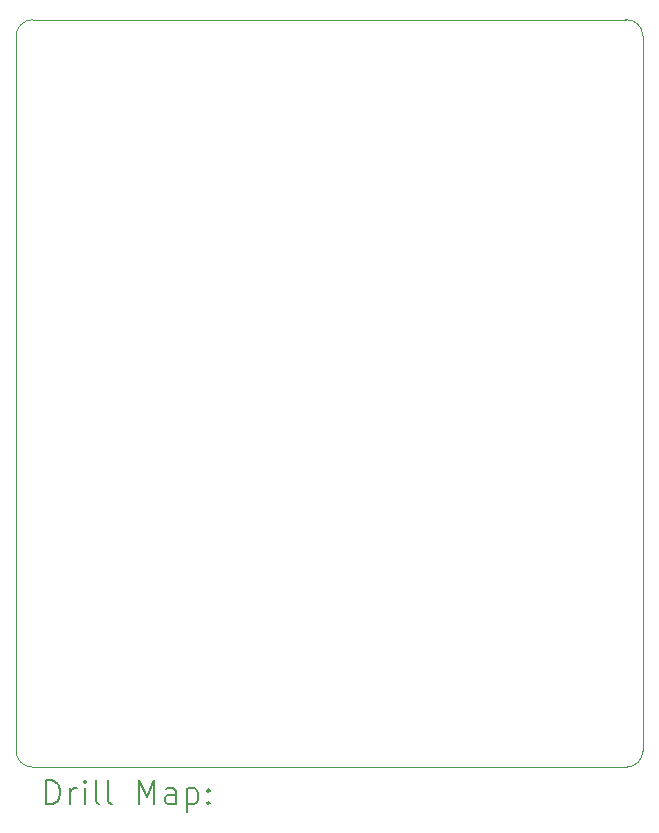
<source format=gbr>
%TF.GenerationSoftware,KiCad,Pcbnew,8.0.4*%
%TF.CreationDate,2024-10-15T19:46:03+02:00*%
%TF.ProjectId,power_hat,706f7765-725f-4686-9174-2e6b69636164,rev?*%
%TF.SameCoordinates,Original*%
%TF.FileFunction,Drillmap*%
%TF.FilePolarity,Positive*%
%FSLAX45Y45*%
G04 Gerber Fmt 4.5, Leading zero omitted, Abs format (unit mm)*
G04 Created by KiCad (PCBNEW 8.0.4) date 2024-10-15 19:46:03*
%MOMM*%
%LPD*%
G01*
G04 APERTURE LIST*
%ADD10C,0.050000*%
%ADD11C,0.200000*%
G04 APERTURE END LIST*
D10*
X11107500Y-6242500D02*
G75*
G02*
X11247507Y-6102490I142430J-2420D01*
G01*
X16270000Y-6102500D02*
G75*
G02*
X16415024Y-6240023I7310J-137520D01*
G01*
X16415045Y-12292780D02*
G75*
G02*
X16277523Y-12430295I-137515J0D01*
G01*
X16415023Y-12292523D02*
X16415023Y-6240023D01*
X11245000Y-12430302D02*
G75*
G02*
X11107478Y-12292780I0J137522D01*
G01*
X11107500Y-12292523D02*
X11107500Y-6242500D01*
X16270000Y-6102500D02*
X11247500Y-6102500D01*
X11245000Y-12430302D02*
X16277500Y-12430302D01*
D11*
X11365754Y-12744286D02*
X11365754Y-12544286D01*
X11365754Y-12544286D02*
X11413373Y-12544286D01*
X11413373Y-12544286D02*
X11441945Y-12553810D01*
X11441945Y-12553810D02*
X11460992Y-12572858D01*
X11460992Y-12572858D02*
X11470516Y-12591905D01*
X11470516Y-12591905D02*
X11480040Y-12630000D01*
X11480040Y-12630000D02*
X11480040Y-12658572D01*
X11480040Y-12658572D02*
X11470516Y-12696667D01*
X11470516Y-12696667D02*
X11460992Y-12715715D01*
X11460992Y-12715715D02*
X11441945Y-12734762D01*
X11441945Y-12734762D02*
X11413373Y-12744286D01*
X11413373Y-12744286D02*
X11365754Y-12744286D01*
X11565754Y-12744286D02*
X11565754Y-12610953D01*
X11565754Y-12649048D02*
X11575278Y-12630000D01*
X11575278Y-12630000D02*
X11584802Y-12620477D01*
X11584802Y-12620477D02*
X11603849Y-12610953D01*
X11603849Y-12610953D02*
X11622897Y-12610953D01*
X11689564Y-12744286D02*
X11689564Y-12610953D01*
X11689564Y-12544286D02*
X11680040Y-12553810D01*
X11680040Y-12553810D02*
X11689564Y-12563334D01*
X11689564Y-12563334D02*
X11699087Y-12553810D01*
X11699087Y-12553810D02*
X11689564Y-12544286D01*
X11689564Y-12544286D02*
X11689564Y-12563334D01*
X11813373Y-12744286D02*
X11794325Y-12734762D01*
X11794325Y-12734762D02*
X11784802Y-12715715D01*
X11784802Y-12715715D02*
X11784802Y-12544286D01*
X11918135Y-12744286D02*
X11899087Y-12734762D01*
X11899087Y-12734762D02*
X11889564Y-12715715D01*
X11889564Y-12715715D02*
X11889564Y-12544286D01*
X12146706Y-12744286D02*
X12146706Y-12544286D01*
X12146706Y-12544286D02*
X12213373Y-12687143D01*
X12213373Y-12687143D02*
X12280040Y-12544286D01*
X12280040Y-12544286D02*
X12280040Y-12744286D01*
X12460992Y-12744286D02*
X12460992Y-12639524D01*
X12460992Y-12639524D02*
X12451468Y-12620477D01*
X12451468Y-12620477D02*
X12432421Y-12610953D01*
X12432421Y-12610953D02*
X12394325Y-12610953D01*
X12394325Y-12610953D02*
X12375278Y-12620477D01*
X12460992Y-12734762D02*
X12441945Y-12744286D01*
X12441945Y-12744286D02*
X12394325Y-12744286D01*
X12394325Y-12744286D02*
X12375278Y-12734762D01*
X12375278Y-12734762D02*
X12365754Y-12715715D01*
X12365754Y-12715715D02*
X12365754Y-12696667D01*
X12365754Y-12696667D02*
X12375278Y-12677619D01*
X12375278Y-12677619D02*
X12394325Y-12668096D01*
X12394325Y-12668096D02*
X12441945Y-12668096D01*
X12441945Y-12668096D02*
X12460992Y-12658572D01*
X12556230Y-12610953D02*
X12556230Y-12810953D01*
X12556230Y-12620477D02*
X12575278Y-12610953D01*
X12575278Y-12610953D02*
X12613373Y-12610953D01*
X12613373Y-12610953D02*
X12632421Y-12620477D01*
X12632421Y-12620477D02*
X12641945Y-12630000D01*
X12641945Y-12630000D02*
X12651468Y-12649048D01*
X12651468Y-12649048D02*
X12651468Y-12706191D01*
X12651468Y-12706191D02*
X12641945Y-12725238D01*
X12641945Y-12725238D02*
X12632421Y-12734762D01*
X12632421Y-12734762D02*
X12613373Y-12744286D01*
X12613373Y-12744286D02*
X12575278Y-12744286D01*
X12575278Y-12744286D02*
X12556230Y-12734762D01*
X12737183Y-12725238D02*
X12746706Y-12734762D01*
X12746706Y-12734762D02*
X12737183Y-12744286D01*
X12737183Y-12744286D02*
X12727659Y-12734762D01*
X12727659Y-12734762D02*
X12737183Y-12725238D01*
X12737183Y-12725238D02*
X12737183Y-12744286D01*
X12737183Y-12620477D02*
X12746706Y-12630000D01*
X12746706Y-12630000D02*
X12737183Y-12639524D01*
X12737183Y-12639524D02*
X12727659Y-12630000D01*
X12727659Y-12630000D02*
X12737183Y-12620477D01*
X12737183Y-12620477D02*
X12737183Y-12639524D01*
M02*

</source>
